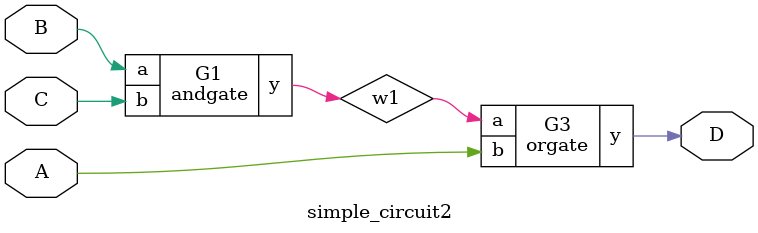
<source format=v>
module andgate(a,b,y);
    input a,b;
    output y;
    assign y = a & b;
endmodule
module notgate (a,y);
    input a;
    output y;
    assign y = !a;
endmodule
module orgate (a,b,y);
    input a,b;
    output y;
    assign y = a | b;
endmodule
module simple_circuit2(A,B,C,D,);
    output D;
    input A,B,C;
    wire w1; // tells that w1 is an output
    andgate G1(B,C,w1); // A and B are input while w1 is the output
    orgate G3(w1,A,D); // w1 and E are input while D is output
endmodule
</source>
